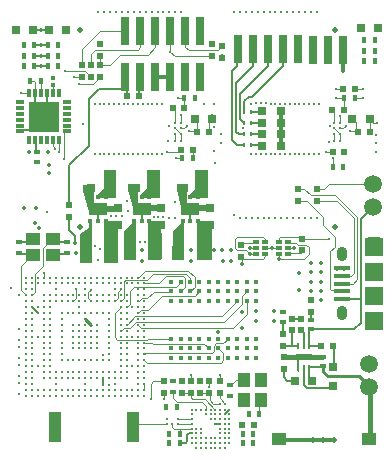
<source format=gtl>
G04 Layer_Physical_Order=1*
G04 Layer_Color=65280*
%FSLAX25Y25*%
%MOIN*%
G70*
G01*
G75*
%ADD10R,0.00984X0.01181*%
%ADD11R,0.03150X0.03150*%
%ADD12R,0.02913X0.09449*%
%ADD13R,0.01968X0.01968*%
%ADD14R,0.01654X0.02165*%
%ADD15R,0.01968X0.01968*%
%ADD16R,0.02756X0.03150*%
%ADD17R,0.03150X0.02756*%
%ADD18R,0.02165X0.01654*%
%ADD19R,0.01181X0.01181*%
%ADD20R,0.01968X0.01575*%
%ADD21R,0.02756X0.09055*%
%ADD22R,0.01181X0.01575*%
%ADD23R,0.06299X0.03937*%
%ADD24R,0.04724X0.04331*%
%ADD25C,0.00709*%
%ADD26C,0.00866*%
%ADD27R,0.04331X0.04724*%
%ADD28R,0.03150X0.01378*%
%ADD29R,0.01378X0.03150*%
%ADD30R,0.09842X0.09842*%
%ADD31R,0.05591X0.02402*%
%ADD32R,0.00984X0.02461*%
G04:AMPARAMS|DCode=33|XSize=24.61mil|YSize=9.84mil|CornerRadius=2.46mil|HoleSize=0mil|Usage=FLASHONLY|Rotation=90.000|XOffset=0mil|YOffset=0mil|HoleType=Round|Shape=RoundedRectangle|*
%AMROUNDEDRECTD33*
21,1,0.02461,0.00492,0,0,90.0*
21,1,0.01968,0.00984,0,0,90.0*
1,1,0.00492,0.00246,0.00984*
1,1,0.00492,0.00246,-0.00984*
1,1,0.00492,-0.00246,-0.00984*
1,1,0.00492,-0.00246,0.00984*
%
%ADD33ROUNDEDRECTD33*%
%ADD34R,0.03150X0.03150*%
%ADD35R,0.04000X0.10000*%
%ADD36R,0.01968X0.01181*%
%ADD37C,0.01772*%
%ADD38C,0.00984*%
%ADD39R,0.05000X0.03937*%
%ADD40C,0.00886*%
%ADD41R,0.05315X0.01575*%
%ADD42C,0.00400*%
%ADD43C,0.01200*%
%ADD44C,0.00600*%
%ADD45C,0.00300*%
%ADD46C,0.00800*%
%ADD47C,0.01500*%
%ADD48C,0.00900*%
%ADD49C,0.01000*%
%ADD50R,0.06102X0.06476*%
%ADD51R,0.06102X0.05905*%
%ADD52C,0.01968*%
%ADD53C,0.05905*%
%ADD54O,0.06102X0.03543*%
%ADD55O,0.03543X0.04921*%
%ADD56C,0.01000*%
%ADD57C,0.01400*%
%ADD58C,0.01600*%
%ADD59C,0.02000*%
G36*
X-11500Y-7500D02*
X-15800D01*
Y5400D01*
X-11500D01*
Y-7500D01*
D02*
G37*
G36*
X-3736D02*
X-7736D01*
X-7536Y1700D01*
X-4800Y4900D01*
X-3736D01*
Y-7500D01*
D02*
G37*
G36*
X-20000Y-7469D02*
X-23936D01*
Y1831D01*
X-21200Y4800D01*
X-21100Y5531D01*
X-20000D01*
Y-7469D01*
D02*
G37*
G36*
X-34500Y-8500D02*
X-38436D01*
Y1000D01*
X-35600Y3000D01*
Y3500D01*
Y5531D01*
X-34500D01*
Y-8500D01*
D02*
G37*
G36*
X-26000D02*
X-30500D01*
Y5400D01*
X-26000D01*
Y-8500D01*
D02*
G37*
G36*
X5500Y-7512D02*
X418D01*
Y5500D01*
X5500D01*
Y-7512D01*
D02*
G37*
G36*
X-26500Y13000D02*
X-33000D01*
Y14100D01*
X-30500Y16000D01*
Y22300D01*
X-26500D01*
Y13000D01*
D02*
G37*
G36*
X-12000D02*
X-18500D01*
Y14100D01*
X-16300Y16000D01*
Y22500D01*
X-12000D01*
Y13000D01*
D02*
G37*
G36*
X4000D02*
X-2200D01*
Y14046D01*
X-200Y15908D01*
Y22500D01*
X4000D01*
Y13000D01*
D02*
G37*
G36*
X-34000Y14046D02*
Y10500D01*
X-27000D01*
Y8500D01*
X-35500D01*
X-37454Y15500D01*
Y17500D01*
X-34000D01*
Y14046D01*
D02*
G37*
G36*
X-2900Y14173D02*
Y10627D01*
X4100D01*
Y8627D01*
X-4400D01*
X-6354Y15627D01*
Y17627D01*
X-2900D01*
Y14173D01*
D02*
G37*
G36*
X-19100Y14200D02*
Y10654D01*
X-12100D01*
Y8654D01*
X-20600D01*
X-22554Y15654D01*
Y17654D01*
X-19100D01*
Y14200D01*
D02*
G37*
D10*
X16119Y38212D02*
D03*
X18481D02*
D03*
X16119Y30612D02*
D03*
X18481D02*
D03*
X16119Y34312D02*
D03*
X18481D02*
D03*
Y41912D02*
D03*
X16119D02*
D03*
D11*
X28548Y34400D02*
D03*
X22052D02*
D03*
Y30600D02*
D03*
X28548D02*
D03*
Y42000D02*
D03*
X22052D02*
D03*
Y38200D02*
D03*
X28548D02*
D03*
D12*
X34000Y62718D02*
D03*
X29000D02*
D03*
X24000D02*
D03*
X19000D02*
D03*
X14000D02*
D03*
X39000Y62600D02*
D03*
X44000D02*
D03*
X49000D02*
D03*
X-18402Y68854D02*
D03*
Y53382D02*
D03*
X-13402Y68854D02*
D03*
Y53382D02*
D03*
X1598Y68854D02*
D03*
X-3402D02*
D03*
X-8402D02*
D03*
Y53382D02*
D03*
X-3402D02*
D03*
X1598D02*
D03*
X-23638Y68854D02*
D03*
Y53382D02*
D03*
D13*
X49231Y49301D02*
D03*
X53168D02*
D03*
X-831Y29000D02*
D03*
X-4769D02*
D03*
X49468Y42500D02*
D03*
X45531D02*
D03*
X41932Y-36301D02*
D03*
X45869D02*
D03*
X-18932Y47001D02*
D03*
X-22869D02*
D03*
X57968Y35001D02*
D03*
X54031D02*
D03*
X49569Y28400D02*
D03*
X45632D02*
D03*
X-7668Y43000D02*
D03*
X-3731D02*
D03*
X4468Y35001D02*
D03*
X532D02*
D03*
X19468Y-62501D02*
D03*
X15531D02*
D03*
D14*
X-45728Y60500D02*
D03*
X-49272D02*
D03*
X-53728Y57000D02*
D03*
X-57272D02*
D03*
X-53728Y64000D02*
D03*
X-57272D02*
D03*
X-45728D02*
D03*
X-49272D02*
D03*
X-4572Y26300D02*
D03*
X-1028D02*
D03*
X45728Y23400D02*
D03*
X49272D02*
D03*
X-51668Y52053D02*
D03*
X-55211D02*
D03*
X-49272Y57000D02*
D03*
X-45728D02*
D03*
X52972Y46300D02*
D03*
X49428D02*
D03*
X-3772D02*
D03*
X-228D02*
D03*
X21272Y-59000D02*
D03*
X17728D02*
D03*
X19272Y-65500D02*
D03*
X15728D02*
D03*
Y-68500D02*
D03*
X19272D02*
D03*
X-9772Y-56500D02*
D03*
X-6228D02*
D03*
X-8772Y-68500D02*
D03*
X-5228D02*
D03*
Y-65500D02*
D03*
X-8772D02*
D03*
X-53728Y60500D02*
D03*
X-57272D02*
D03*
X59700Y58700D02*
D03*
X56157D02*
D03*
Y65700D02*
D03*
X59700D02*
D03*
Y62200D02*
D03*
X56157D02*
D03*
D15*
X29068Y-36251D02*
D03*
Y-32314D02*
D03*
X32100Y-31058D02*
D03*
Y-27121D02*
D03*
X29500Y-39832D02*
D03*
Y-43769D02*
D03*
X35100Y-31058D02*
D03*
Y-27121D02*
D03*
X38401Y-21032D02*
D03*
Y-24969D02*
D03*
X-1500Y-48031D02*
D03*
Y-51968D02*
D03*
X-4499Y-48031D02*
D03*
Y-51968D02*
D03*
X-42101Y10768D02*
D03*
Y6831D02*
D03*
X8700Y63669D02*
D03*
Y59732D02*
D03*
X-31999Y60532D02*
D03*
Y64468D02*
D03*
X5601Y64368D02*
D03*
Y60431D02*
D03*
X-32000Y57468D02*
D03*
Y53531D02*
D03*
X-38001D02*
D03*
Y57468D02*
D03*
X-35001D02*
D03*
Y53531D02*
D03*
X35601Y-4369D02*
D03*
Y-432D02*
D03*
X15200Y-6469D02*
D03*
Y-2531D02*
D03*
X-10501Y-48031D02*
D03*
Y-51968D02*
D03*
X4499D02*
D03*
Y-48031D02*
D03*
X7999D02*
D03*
Y-51968D02*
D03*
X1500D02*
D03*
Y-48031D02*
D03*
X40501Y15969D02*
D03*
Y12032D02*
D03*
X34201Y16169D02*
D03*
Y12231D02*
D03*
D16*
X57954Y39400D02*
D03*
X52246D02*
D03*
X38823Y-47782D02*
D03*
X33114D02*
D03*
X-354Y39400D02*
D03*
X5354D02*
D03*
X-19854Y16500D02*
D03*
X-14146D02*
D03*
X-3854D02*
D03*
X1854D02*
D03*
X-34854D02*
D03*
X-29146D02*
D03*
X55074Y69700D02*
D03*
X60783D02*
D03*
X-43146Y69000D02*
D03*
X-48854D02*
D03*
X-59854D02*
D03*
X-54146D02*
D03*
D17*
X-11500Y4146D02*
D03*
Y9854D02*
D03*
X4764Y4146D02*
D03*
Y9854D02*
D03*
X-26000Y4146D02*
D03*
Y9854D02*
D03*
D18*
X29068Y-24811D02*
D03*
Y-28354D02*
D03*
X-52800Y25028D02*
D03*
Y28572D02*
D03*
X-43000Y-5272D02*
D03*
Y-1728D02*
D03*
X-59000Y-5272D02*
D03*
Y-1728D02*
D03*
X11500Y-52772D02*
D03*
Y-49228D02*
D03*
X-7500Y-48028D02*
D03*
Y-51572D02*
D03*
D19*
X-47700Y53083D02*
D03*
Y50917D02*
D03*
D20*
X42500Y-43050D02*
D03*
Y-39900D02*
D03*
X38400Y-30675D02*
D03*
Y-27525D02*
D03*
D21*
X-37024Y-3831D02*
D03*
X-27976D02*
D03*
X-21524Y-2831D02*
D03*
X-12476D02*
D03*
X-6260D02*
D03*
X2788D02*
D03*
D22*
X-35059Y5563D02*
D03*
X-32500D02*
D03*
X-29941D02*
D03*
Y13437D02*
D03*
X-32500D02*
D03*
X-35059D02*
D03*
X-20559Y5563D02*
D03*
X-18000D02*
D03*
X-15441D02*
D03*
Y13437D02*
D03*
X-18000D02*
D03*
X-20559D02*
D03*
X-4295Y5563D02*
D03*
X-1736D02*
D03*
X823D02*
D03*
Y13437D02*
D03*
X-1736D02*
D03*
X-4295D02*
D03*
D23*
X-32500Y9500D02*
D03*
X-18000D02*
D03*
X-1736D02*
D03*
D24*
X-54193Y-520D02*
D03*
X-54193Y-6032D02*
D03*
X-47501Y-520D02*
D03*
Y-6032D02*
D03*
D25*
X-1315Y-57476D02*
D03*
X260D02*
D03*
X1835D02*
D03*
X3409D02*
D03*
X4984D02*
D03*
X6559D02*
D03*
X8134D02*
D03*
X9709D02*
D03*
X-1315Y-59051D02*
D03*
X3409D02*
D03*
X4984D02*
D03*
X6559D02*
D03*
X8134D02*
D03*
X9709D02*
D03*
X11283D02*
D03*
X-1315Y-60626D02*
D03*
X4984D02*
D03*
X6559D02*
D03*
X8134D02*
D03*
X9709D02*
D03*
X11283D02*
D03*
X-1315Y-62201D02*
D03*
X8134D02*
D03*
X9709D02*
D03*
X11283D02*
D03*
X-1315Y-63776D02*
D03*
X260D02*
D03*
X1835D02*
D03*
X8134D02*
D03*
X9709D02*
D03*
X11283D02*
D03*
X-1315Y-65350D02*
D03*
X260D02*
D03*
X1835D02*
D03*
X8134D02*
D03*
X9709D02*
D03*
X11283D02*
D03*
X-1315Y-66925D02*
D03*
X260D02*
D03*
X1835D02*
D03*
X3409D02*
D03*
X4984D02*
D03*
X6559D02*
D03*
X8134D02*
D03*
X9709D02*
D03*
X11283D02*
D03*
X-1315Y-68500D02*
D03*
X260D02*
D03*
X1835D02*
D03*
X3409D02*
D03*
X4984D02*
D03*
X6559D02*
D03*
X8134D02*
D03*
X9709D02*
D03*
X11283D02*
D03*
X260Y-70075D02*
D03*
X1835D02*
D03*
X3409D02*
D03*
X4984D02*
D03*
X6559D02*
D03*
X8134D02*
D03*
X9709D02*
D03*
D26*
X-9700Y-62200D02*
D03*
X-7731D02*
D03*
X-9700Y-60625D02*
D03*
X-5763Y-62200D02*
D03*
Y-60625D02*
D03*
D27*
X21637Y-47547D02*
D03*
X16125Y-47547D02*
D03*
X21637Y-54240D02*
D03*
X16125D02*
D03*
D28*
X-42726Y35279D02*
D03*
Y37247D02*
D03*
Y39216D02*
D03*
Y41184D02*
D03*
Y43153D02*
D03*
Y45121D02*
D03*
X-58474D02*
D03*
Y43153D02*
D03*
Y41184D02*
D03*
Y39216D02*
D03*
Y37247D02*
D03*
Y35279D02*
D03*
D29*
X-55521Y32326D02*
D03*
X-53553D02*
D03*
X-51584D02*
D03*
X-49616D02*
D03*
X-47647D02*
D03*
X-45679D02*
D03*
X-55521Y48074D02*
D03*
X-53553D02*
D03*
X-51584D02*
D03*
X-49616D02*
D03*
X-47647D02*
D03*
X-45679D02*
D03*
D30*
X-50600Y40200D02*
D03*
D31*
X35969Y-39882D02*
D03*
D32*
X37937Y-36290D02*
D03*
X35969D02*
D03*
X34000D02*
D03*
X37937Y-43475D02*
D03*
X35969D02*
D03*
D33*
X34000D02*
D03*
D34*
X45900Y-49648D02*
D03*
Y-43152D02*
D03*
D35*
X-21000Y-63390D02*
D03*
X-47000D02*
D03*
D36*
X20200Y-1531D02*
D03*
Y-3500D02*
D03*
Y-5469D02*
D03*
X23153D02*
D03*
Y-1531D02*
D03*
Y-3500D02*
D03*
X27747D02*
D03*
Y-5469D02*
D03*
Y-1531D02*
D03*
X30700D02*
D03*
Y-3500D02*
D03*
Y-5469D02*
D03*
D37*
X-8173Y-40098D02*
D03*
Y-36949D02*
D03*
Y-33799D02*
D03*
Y-21201D02*
D03*
Y-18051D02*
D03*
Y-14902D02*
D03*
X20173D02*
D03*
Y-18051D02*
D03*
Y-21201D02*
D03*
Y-33799D02*
D03*
Y-36949D02*
D03*
Y-40098D02*
D03*
X17024Y-14902D02*
D03*
Y-18051D02*
D03*
Y-21201D02*
D03*
Y-33799D02*
D03*
Y-36949D02*
D03*
Y-40098D02*
D03*
X13874Y-14902D02*
D03*
Y-18051D02*
D03*
Y-21201D02*
D03*
Y-33799D02*
D03*
Y-36949D02*
D03*
Y-40098D02*
D03*
X10724Y-14902D02*
D03*
Y-18051D02*
D03*
Y-21201D02*
D03*
Y-33799D02*
D03*
Y-36949D02*
D03*
Y-40098D02*
D03*
X7575Y-14902D02*
D03*
Y-18051D02*
D03*
Y-21201D02*
D03*
Y-33799D02*
D03*
Y-36949D02*
D03*
Y-40098D02*
D03*
X4425Y-14902D02*
D03*
Y-18051D02*
D03*
Y-21201D02*
D03*
Y-33799D02*
D03*
Y-36949D02*
D03*
Y-40098D02*
D03*
X1276Y-14902D02*
D03*
Y-18051D02*
D03*
Y-21201D02*
D03*
Y-33799D02*
D03*
Y-36949D02*
D03*
Y-40098D02*
D03*
X-1874Y-14902D02*
D03*
Y-18051D02*
D03*
Y-21201D02*
D03*
Y-33799D02*
D03*
Y-36949D02*
D03*
Y-40098D02*
D03*
X-5024Y-14902D02*
D03*
Y-18051D02*
D03*
Y-21201D02*
D03*
Y-33799D02*
D03*
Y-36949D02*
D03*
Y-40098D02*
D03*
D38*
X-56485Y-52785D02*
D03*
Y-50817D02*
D03*
Y-48848D02*
D03*
Y-46880D02*
D03*
Y-44911D02*
D03*
Y-42943D02*
D03*
Y-40974D02*
D03*
Y-39006D02*
D03*
Y-37037D02*
D03*
Y-35069D02*
D03*
Y-33100D02*
D03*
Y-31132D02*
D03*
Y-29163D02*
D03*
Y-27194D02*
D03*
Y-25226D02*
D03*
Y-23257D02*
D03*
Y-21289D02*
D03*
Y-19320D02*
D03*
Y-17352D02*
D03*
Y-15383D02*
D03*
Y-13415D02*
D03*
X-54517Y-52785D02*
D03*
Y-50817D02*
D03*
Y-48848D02*
D03*
Y-46880D02*
D03*
Y-44911D02*
D03*
Y-42943D02*
D03*
Y-40974D02*
D03*
Y-39006D02*
D03*
Y-37037D02*
D03*
Y-35069D02*
D03*
Y-33100D02*
D03*
Y-31132D02*
D03*
Y-29163D02*
D03*
Y-27194D02*
D03*
Y-25226D02*
D03*
Y-23257D02*
D03*
Y-21289D02*
D03*
Y-19320D02*
D03*
Y-17352D02*
D03*
Y-15383D02*
D03*
Y-13415D02*
D03*
X-52548Y-52785D02*
D03*
Y-50817D02*
D03*
Y-42943D02*
D03*
Y-33100D02*
D03*
Y-23257D02*
D03*
Y-15383D02*
D03*
Y-13415D02*
D03*
X-50580Y-52785D02*
D03*
Y-50817D02*
D03*
Y-46880D02*
D03*
Y-44911D02*
D03*
Y-42943D02*
D03*
Y-40974D02*
D03*
Y-39006D02*
D03*
Y-37037D02*
D03*
Y-35069D02*
D03*
Y-33100D02*
D03*
Y-31132D02*
D03*
Y-29163D02*
D03*
Y-27194D02*
D03*
Y-25226D02*
D03*
Y-23257D02*
D03*
Y-21289D02*
D03*
Y-19320D02*
D03*
Y-15383D02*
D03*
Y-13415D02*
D03*
X-48611Y-52785D02*
D03*
Y-50817D02*
D03*
Y-46880D02*
D03*
Y-44911D02*
D03*
Y-42943D02*
D03*
Y-40974D02*
D03*
Y-39006D02*
D03*
Y-37037D02*
D03*
Y-35069D02*
D03*
Y-33100D02*
D03*
Y-31132D02*
D03*
Y-29163D02*
D03*
Y-27194D02*
D03*
Y-25226D02*
D03*
Y-23257D02*
D03*
Y-21289D02*
D03*
Y-19320D02*
D03*
Y-15383D02*
D03*
Y-13415D02*
D03*
X-46643Y-52785D02*
D03*
Y-50817D02*
D03*
Y-48848D02*
D03*
Y-46880D02*
D03*
Y-44911D02*
D03*
Y-21289D02*
D03*
Y-19320D02*
D03*
Y-17352D02*
D03*
Y-15383D02*
D03*
Y-13415D02*
D03*
X-44674Y-52785D02*
D03*
Y-50817D02*
D03*
Y-46880D02*
D03*
Y-44911D02*
D03*
Y-40974D02*
D03*
Y-39006D02*
D03*
Y-37037D02*
D03*
Y-35069D02*
D03*
Y-33100D02*
D03*
Y-31132D02*
D03*
Y-29163D02*
D03*
Y-27194D02*
D03*
Y-25226D02*
D03*
Y-21289D02*
D03*
Y-19320D02*
D03*
Y-15383D02*
D03*
Y-13415D02*
D03*
X-42706Y-52785D02*
D03*
Y-50817D02*
D03*
Y-46880D02*
D03*
Y-44911D02*
D03*
Y-40974D02*
D03*
Y-25226D02*
D03*
Y-21289D02*
D03*
Y-19320D02*
D03*
Y-15383D02*
D03*
Y-13415D02*
D03*
X-40737Y-52785D02*
D03*
Y-50817D02*
D03*
Y-46880D02*
D03*
Y-44911D02*
D03*
Y-40974D02*
D03*
Y-37037D02*
D03*
Y-35069D02*
D03*
Y-33100D02*
D03*
Y-31132D02*
D03*
Y-29163D02*
D03*
Y-25226D02*
D03*
Y-21289D02*
D03*
Y-19320D02*
D03*
Y-15383D02*
D03*
Y-13415D02*
D03*
X-38769Y-52785D02*
D03*
Y-50817D02*
D03*
Y-46880D02*
D03*
Y-44911D02*
D03*
Y-40974D02*
D03*
Y-37037D02*
D03*
Y-35069D02*
D03*
Y-33100D02*
D03*
Y-31132D02*
D03*
Y-29163D02*
D03*
Y-25226D02*
D03*
Y-21289D02*
D03*
Y-19320D02*
D03*
Y-15383D02*
D03*
Y-13415D02*
D03*
X-36800Y-52785D02*
D03*
Y-50817D02*
D03*
Y-48848D02*
D03*
Y-46880D02*
D03*
Y-44911D02*
D03*
Y-40974D02*
D03*
Y-37037D02*
D03*
Y-35069D02*
D03*
Y-33100D02*
D03*
Y-31132D02*
D03*
Y-29163D02*
D03*
Y-25226D02*
D03*
Y-21289D02*
D03*
Y-19320D02*
D03*
Y-17352D02*
D03*
Y-15383D02*
D03*
Y-13415D02*
D03*
X-34832Y-52785D02*
D03*
Y-50817D02*
D03*
Y-46880D02*
D03*
Y-44911D02*
D03*
Y-40974D02*
D03*
Y-37037D02*
D03*
Y-35069D02*
D03*
Y-33100D02*
D03*
Y-31132D02*
D03*
Y-29163D02*
D03*
Y-25226D02*
D03*
Y-21289D02*
D03*
Y-19320D02*
D03*
Y-15383D02*
D03*
Y-13415D02*
D03*
X-32863Y-52785D02*
D03*
Y-50817D02*
D03*
Y-46880D02*
D03*
Y-44911D02*
D03*
Y-40974D02*
D03*
Y-37037D02*
D03*
Y-35069D02*
D03*
Y-33100D02*
D03*
Y-31132D02*
D03*
Y-29163D02*
D03*
Y-25226D02*
D03*
Y-21289D02*
D03*
Y-19320D02*
D03*
Y-15383D02*
D03*
Y-13415D02*
D03*
X-30895Y-52785D02*
D03*
Y-50817D02*
D03*
Y-46880D02*
D03*
Y-44911D02*
D03*
Y-40974D02*
D03*
Y-25226D02*
D03*
Y-21289D02*
D03*
Y-19320D02*
D03*
Y-15383D02*
D03*
Y-13415D02*
D03*
X-28926Y-52785D02*
D03*
Y-50817D02*
D03*
Y-46880D02*
D03*
Y-44911D02*
D03*
Y-40974D02*
D03*
Y-39006D02*
D03*
Y-37037D02*
D03*
Y-35069D02*
D03*
Y-33100D02*
D03*
Y-31132D02*
D03*
Y-29163D02*
D03*
Y-27194D02*
D03*
Y-25226D02*
D03*
Y-21289D02*
D03*
Y-19320D02*
D03*
Y-15383D02*
D03*
Y-13415D02*
D03*
X-26957Y-52785D02*
D03*
Y-50817D02*
D03*
Y-48848D02*
D03*
Y-46880D02*
D03*
Y-44911D02*
D03*
Y-21289D02*
D03*
Y-19320D02*
D03*
Y-17352D02*
D03*
Y-15383D02*
D03*
Y-13415D02*
D03*
X-24989Y-52785D02*
D03*
Y-50817D02*
D03*
Y-46880D02*
D03*
Y-44911D02*
D03*
Y-42943D02*
D03*
Y-40974D02*
D03*
Y-39006D02*
D03*
Y-37037D02*
D03*
Y-35069D02*
D03*
Y-33100D02*
D03*
Y-31132D02*
D03*
Y-29163D02*
D03*
Y-27194D02*
D03*
Y-25226D02*
D03*
Y-23257D02*
D03*
Y-21289D02*
D03*
Y-19320D02*
D03*
Y-15383D02*
D03*
Y-13415D02*
D03*
X-23020Y-52785D02*
D03*
Y-50817D02*
D03*
Y-46880D02*
D03*
Y-44911D02*
D03*
Y-42943D02*
D03*
Y-40974D02*
D03*
Y-39006D02*
D03*
Y-37037D02*
D03*
Y-35069D02*
D03*
Y-33100D02*
D03*
Y-31132D02*
D03*
Y-29163D02*
D03*
Y-27194D02*
D03*
Y-25226D02*
D03*
Y-23257D02*
D03*
Y-21289D02*
D03*
Y-19320D02*
D03*
Y-15383D02*
D03*
Y-13415D02*
D03*
X-21052Y-52785D02*
D03*
Y-50817D02*
D03*
Y-42943D02*
D03*
Y-33100D02*
D03*
Y-23257D02*
D03*
Y-15383D02*
D03*
Y-13415D02*
D03*
X-19083Y-52785D02*
D03*
Y-50817D02*
D03*
Y-48848D02*
D03*
Y-46880D02*
D03*
Y-44911D02*
D03*
Y-42943D02*
D03*
Y-40974D02*
D03*
Y-39006D02*
D03*
Y-37037D02*
D03*
Y-35069D02*
D03*
Y-33100D02*
D03*
Y-31132D02*
D03*
Y-29163D02*
D03*
Y-27194D02*
D03*
Y-25226D02*
D03*
Y-23257D02*
D03*
Y-21289D02*
D03*
Y-19320D02*
D03*
Y-17352D02*
D03*
Y-15383D02*
D03*
Y-13415D02*
D03*
X-17115Y-52785D02*
D03*
Y-50817D02*
D03*
Y-48848D02*
D03*
Y-46880D02*
D03*
Y-44911D02*
D03*
Y-42943D02*
D03*
Y-40974D02*
D03*
Y-39006D02*
D03*
Y-37037D02*
D03*
Y-35069D02*
D03*
Y-33100D02*
D03*
Y-31132D02*
D03*
Y-29163D02*
D03*
Y-27194D02*
D03*
Y-25226D02*
D03*
Y-23257D02*
D03*
Y-21289D02*
D03*
Y-19320D02*
D03*
Y-17352D02*
D03*
Y-15383D02*
D03*
Y-13415D02*
D03*
D39*
X57900Y-67200D02*
D03*
X27900D02*
D03*
D40*
X48084Y34332D02*
D03*
X46116D02*
D03*
X48084Y36300D02*
D03*
X46116D02*
D03*
Y38269D02*
D03*
X48084D02*
D03*
X-5016D02*
D03*
X-6984D02*
D03*
Y36300D02*
D03*
X-5016D02*
D03*
X-6984Y34332D02*
D03*
X-5016D02*
D03*
D41*
X48661Y-20618D02*
D03*
Y-18059D02*
D03*
Y-10382D02*
D03*
Y-12941D02*
D03*
Y-15500D02*
D03*
D42*
X45700Y23928D02*
Y26300D01*
Y23928D02*
X45728Y23900D01*
X-54193Y-693D02*
Y-520D01*
X-55228Y-1728D02*
X-54193Y-693D01*
X22600Y100D02*
X23153Y-453D01*
X4468Y38514D02*
X5354Y39400D01*
X4468Y35001D02*
Y38514D01*
X-7668Y43000D02*
X-6984Y42315D01*
X-47700Y48127D02*
Y50917D01*
X-58100Y-9600D02*
X-54532Y-6032D01*
X-58100Y-17706D02*
Y-9600D01*
Y-17706D02*
X-56485Y-19320D01*
X-36900Y55400D02*
X-35032Y53531D01*
X-35001D01*
X-7032Y60431D02*
X5601D01*
X-8402Y61802D02*
X-7032Y60431D01*
X-8402Y61802D02*
Y68854D01*
X-6400Y26300D02*
X-4572D01*
X-47647Y30447D02*
X-46800Y29600D01*
X-47647Y30447D02*
Y32326D01*
X-43647Y35253D02*
X-42700D01*
X-43900Y35000D02*
X-43647Y35253D01*
X-43900Y26200D02*
Y35000D01*
X53300Y35732D02*
X53532Y35500D01*
X23153Y-1531D02*
Y-453D01*
X16800Y-4300D02*
X18000Y-5500D01*
X31085Y-1916D02*
X33616D01*
X30700Y-1531D02*
X31085Y-1916D01*
X33616D02*
X34100Y-2400D01*
X27747Y-7247D02*
Y-5469D01*
X18032D02*
X20200D01*
X18000Y-3500D02*
X20200D01*
X15499Y-8900D02*
Y-6469D01*
X-39000Y51200D02*
X-34332D01*
X-32000Y53531D01*
X-45700Y28500D02*
Y32226D01*
X-45739Y32265D02*
X-45700Y32226D01*
X-58100Y48074D02*
X-55521D01*
X-19100Y62600D02*
X-18402Y63298D01*
X-33600Y62600D02*
X-19100D01*
X-28631Y57469D02*
X-25200Y60900D01*
X-31999Y57469D02*
X-28631D01*
X-25200Y60900D02*
X-15900D01*
X-32000Y57468D02*
X-31999Y57469D01*
Y60532D01*
X-32046Y68854D02*
X-23638D01*
X-38001Y62900D02*
X-32046Y68854D01*
X-38001Y57468D02*
Y62900D01*
X-40468Y53531D02*
X-38001D01*
X-55211Y52053D02*
X-53839D01*
X-53553Y51766D01*
Y48074D02*
Y51766D01*
X-51668Y48158D02*
Y52053D01*
X-15900Y60900D02*
X-13402Y63398D01*
Y68854D01*
X-18402Y63298D02*
Y68854D01*
X-3402Y63502D02*
Y68854D01*
Y63502D02*
X-2369Y62468D01*
X-5000Y38284D02*
Y40700D01*
X-354Y39400D02*
X532Y38514D01*
Y35001D02*
Y38514D01*
X32Y35500D02*
X532Y35001D01*
X-2200Y35500D02*
X32D01*
X-2200D02*
Y35783D01*
X-3800Y36300D02*
X-3000Y37100D01*
X-5016Y36300D02*
X-3800D01*
X57968Y39386D02*
X59254Y38100D01*
X57968Y35001D02*
Y39386D01*
X59254Y38100D02*
X60400D01*
X52546Y39300D02*
X53300Y38546D01*
Y35732D02*
Y38546D01*
X49200Y36300D02*
X50000Y37100D01*
X48084Y36300D02*
X49200D01*
X53168Y49301D02*
X55700D01*
X48084Y38269D02*
Y40516D01*
X48000Y32000D02*
Y34247D01*
X48084Y34332D01*
X43400Y28400D02*
X45631D01*
X-1028Y26300D02*
Y28803D01*
X-9500Y28300D02*
X-5468D01*
X-4769Y29000D01*
X-6000Y46300D02*
X-3772D01*
X-3731Y42500D02*
Y46260D01*
X49468Y42500D02*
Y46260D01*
X45531Y42500D02*
X46116Y41915D01*
Y38269D02*
Y41915D01*
Y32016D02*
Y34332D01*
Y36300D02*
X48084Y34332D01*
X-6984Y32016D02*
Y34332D01*
Y36300D02*
X-5016Y34332D01*
Y32016D02*
Y34332D01*
X-6984Y38269D02*
Y42315D01*
X23153Y-3500D02*
X25500D01*
X27747D01*
X30700D02*
X32900D01*
X27747Y-253D02*
X28200Y200D01*
X27747Y-1531D02*
Y-253D01*
X35069Y-5100D02*
X35100Y-5068D01*
X31069Y-5100D02*
X35069D01*
X30700Y-5469D02*
X31069Y-5100D01*
X16131Y-7100D02*
X22400D01*
X23153Y-6347D01*
Y-5469D01*
X16000Y-1832D02*
X20200D01*
X-15790Y-16410D02*
X-6532D01*
X-5200Y-65500D02*
Y-63776D01*
X-14200Y-35400D02*
X2876D01*
X-16510Y-38400D02*
X5400D01*
X6000Y-37800D01*
X2876Y-35400D02*
X4425Y-36949D01*
X-16289Y-41800D02*
X8400D01*
X-6532Y-16410D02*
X-5024Y-14902D01*
X-8222Y-18100D02*
X-8173Y-18051D01*
X-14000Y-18100D02*
X-8222D01*
X-15799Y-33799D02*
X-8173D01*
X17024Y-25676D02*
Y-21201D01*
X12595Y-30105D02*
X17024Y-25676D01*
X8822Y-26252D02*
X13874Y-21201D01*
X-17115Y-50817D02*
Y-48848D01*
X4501Y-49799D02*
Y-48032D01*
X-15000Y-53900D02*
Y-48800D01*
X-14232Y-48032D01*
X-10499D01*
X-4100Y-13000D02*
X-3500Y-13600D01*
Y-16500D02*
Y-13600D01*
X-5024Y-18024D02*
X-3500Y-16500D01*
X8000Y-48032D02*
Y-46000D01*
X-1500Y-48032D02*
Y-45900D01*
X-10400Y-54000D02*
Y-52069D01*
X8000Y-53701D02*
X9700Y-55400D01*
X8000Y-53701D02*
Y-51969D01*
X4668Y-54168D02*
Y-51968D01*
Y-54168D02*
X5900Y-55400D01*
X8100D01*
X3083Y-54000D02*
X6559Y-57476D01*
X-1000Y-54000D02*
X3083D01*
X1500Y-51968D02*
X4668D01*
X-1500Y-53500D02*
X-1000Y-54000D01*
X-1500Y-53500D02*
Y-51969D01*
X-4499D02*
X-1500D01*
X-7500Y-53500D02*
Y-51572D01*
X9200Y-41000D02*
Y-38574D01*
X8400Y-41800D02*
X9200Y-41000D01*
X7575Y-36949D02*
X9200Y-38574D01*
X6000Y-37800D02*
Y-36100D01*
X6800Y-35300D01*
X15400Y-19675D02*
X17024Y-18051D01*
X-1874D02*
X-300Y-16477D01*
X-9900Y-13000D02*
X-4100D01*
X-12284Y-15383D02*
X-9900Y-13000D01*
X-17115Y-15383D02*
X-12284D01*
X-11200Y-19600D02*
X-273D01*
X-5024Y-18051D02*
Y-18024D01*
X-14532Y-35069D02*
X-14200Y-35400D01*
X-17115Y-35069D02*
X-14532D01*
X-273Y-19600D02*
X1276Y-18051D01*
X9224Y-35300D02*
X10724Y-33799D01*
X6800Y-35300D02*
X9224D01*
X-17115Y-40974D02*
X-16289Y-41800D01*
X-17115Y-39006D02*
X-16510Y-38400D01*
X-300Y-16477D02*
Y-13300D01*
X-5763Y-60625D02*
X-1316D01*
X-5763Y-62200D02*
X-1316D01*
X-19810D02*
X-9700D01*
X-21000Y-63390D02*
X-19810Y-62200D01*
X-47501Y-520D02*
X-46489Y-1531D01*
X-47720Y-520D02*
X-47501D01*
X-50900Y-3700D02*
X-47720Y-520D01*
X-54532Y-6032D02*
X-54193D01*
X-1874Y-14902D02*
Y-13526D01*
X15400Y-22300D02*
Y-19675D01*
X-50900Y-9600D02*
Y-3700D01*
X-53500Y-12200D02*
X-50900Y-9600D01*
X3409Y-57476D02*
Y-56109D01*
X2100Y-54800D02*
X3409Y-56109D01*
X-7500Y-53500D02*
X-6200Y-54800D01*
X2100D01*
X-3300Y-12100D02*
X-1874Y-13526D01*
X-14100Y-12100D02*
X-3300D01*
X-16257Y-14357D02*
X-14100Y-12200D01*
X-15800Y-24200D02*
X-11200Y-19600D01*
X-15600Y-26252D02*
X8822D01*
X-16200Y-20300D02*
X-14000Y-18100D01*
X-16042Y-34042D02*
X-15799Y-33799D01*
X-16450Y-28150D02*
X9550D01*
X15400Y-22300D01*
X-56485Y-15383D02*
Y-15285D01*
X-19083Y-13415D02*
X-16769Y-11100D01*
X-2500D01*
X-300Y-13300D01*
X-15605Y-30105D02*
X12595D01*
X42669Y15969D02*
X44537Y17837D01*
X40501Y15969D02*
X42669D01*
X34201Y16169D02*
X36231D01*
X38400Y14000D01*
X48661Y-15500D02*
X52300D01*
X44537Y17837D02*
X59000D01*
X48661Y-12941D02*
X51859D01*
X52300Y-15500D02*
X53800Y-14000D01*
Y6700D01*
X51859Y-12941D02*
X52800Y-12000D01*
X46500Y14000D02*
X53800Y6700D01*
X38400Y14000D02*
X46500D01*
X34201Y12231D02*
X36968D01*
X42400Y6800D01*
X52972Y46300D02*
X55700D01*
X46800Y49300D02*
X49231D01*
X46800Y46300D02*
X49428D01*
X-2369Y62468D02*
X7468D01*
X7501D02*
X8700Y63669D01*
X11772Y-49228D02*
X13453Y-47547D01*
X16125D01*
X-7731Y-63262D02*
Y-62200D01*
Y-63262D02*
X-7218Y-63776D01*
X-1315D01*
X-35001Y57468D02*
Y61199D01*
X-33600Y62600D01*
X44800Y-17218D02*
X45282Y-17700D01*
X48302D01*
X48661Y-18059D01*
X42400Y4100D02*
Y6800D01*
X44800Y-17218D02*
Y-4600D01*
X46300Y-3100D01*
Y200D01*
X42400Y4100D02*
X46300Y200D01*
X40501Y12032D02*
X47069D01*
X52800Y6300D01*
Y-12000D02*
Y6300D01*
X28200Y200D02*
X34969D01*
X35601Y-432D01*
X44500D01*
X34100Y-2400D02*
X36900D01*
X37700Y-3200D01*
X27800Y-7300D02*
X36100D01*
X37700Y-5700D01*
Y-3200D01*
X13200Y-3700D02*
X13800Y-4300D01*
X16800D01*
X13200Y-3700D02*
Y-600D01*
X13900Y100D01*
X22600D01*
X-43500Y55400D02*
X-36900D01*
D43*
X49000Y55600D02*
Y62600D01*
X28548Y42000D02*
Y42300D01*
Y38200D02*
Y42000D01*
X28500Y30600D02*
Y34248D01*
X28448Y34300D02*
X28500Y34248D01*
X28548Y34400D02*
Y38200D01*
X-13402Y53382D02*
X-8402D01*
X42500Y-67400D02*
X46000D01*
X39000D02*
X42500D01*
X28100D02*
X39000D01*
D44*
X14800Y47900D02*
X24000Y57100D01*
X14800Y39531D02*
Y47900D01*
Y39531D02*
X16119Y38212D01*
X12200Y55500D02*
X13788Y57088D01*
X12200Y32300D02*
Y55500D01*
Y32300D02*
X13888Y30612D01*
X13500Y51600D02*
X19000Y57100D01*
X13500Y35200D02*
Y51600D01*
Y35200D02*
X14388Y34312D01*
X16119D01*
X29000Y57100D02*
Y62718D01*
X18800Y46900D02*
X29000Y57100D01*
X17700Y46900D02*
X18800D01*
X19000Y57100D02*
Y62718D01*
X13788Y57088D02*
Y62506D01*
X13888Y30612D02*
X16119D01*
Y45319D02*
X17700Y46900D01*
X16119Y41912D02*
Y45319D01*
X24000Y57100D02*
Y62718D01*
X18481Y34312D02*
X21964D01*
X18481Y38212D02*
X22040D01*
X18481Y30612D02*
X22040D01*
X-59000Y-1728D02*
X-55228D01*
X-42101Y10768D02*
Y24000D01*
X-51500Y57000D02*
X-49272D01*
X-53728D02*
X-51500D01*
Y69000D02*
X-48854D01*
X-51500Y60500D02*
X-49272D01*
X-53728D02*
X-51500D01*
Y64000D02*
X-49272D01*
X-53728D02*
X-51500D01*
X-54146Y69000D02*
X-51500D01*
X-40100Y-2000D02*
Y300D01*
X-42101Y2300D02*
X-40100Y300D01*
X-42101Y2300D02*
Y6831D01*
X18481Y41912D02*
X21964D01*
X-50600Y40200D02*
X-49616Y41184D01*
Y48074D01*
X-53553Y43153D02*
X-50600Y40200D01*
X-53553Y43153D02*
Y48074D01*
X-53253Y28529D02*
Y32326D01*
X6601Y-62201D02*
X8134D01*
X9709Y-58991D02*
X11200Y-57500D01*
X9709Y-59051D02*
Y-58991D01*
X-2350Y-65350D02*
X-1315D01*
X-2800Y-65800D02*
X-2350Y-65350D01*
X-5425Y-68500D02*
X-3300D01*
X-2800Y-68000D01*
Y-65800D01*
X-46489Y-1531D02*
X-43000D01*
X-59000Y-5469D02*
X-54757D01*
X-54193Y-6032D01*
X-46937Y-5469D02*
X-43000D01*
X35969Y-43475D02*
Y-43375D01*
X42124Y-39882D02*
X42500Y-39506D01*
X-55147Y35653D02*
X-50600Y40200D01*
X-58100Y35653D02*
X-55147D01*
X32100Y-31255D02*
Y-31059D01*
X-54517Y-23257D02*
X-54517D01*
X29068Y-32314D02*
Y-28157D01*
X30582Y-47782D02*
X33016D01*
X29500Y-46700D02*
X30582Y-47782D01*
X29500Y-46700D02*
Y-43951D01*
X29068Y-36290D02*
X34000D01*
X32100D02*
Y-31100D01*
X-30900Y-49200D02*
X-30895Y-49194D01*
Y-46880D01*
X-58474Y45100D02*
X-57800D01*
X35969Y-36290D02*
Y-31927D01*
X35100Y-31059D02*
X35969Y-31927D01*
X-32200Y49500D02*
X-22869D01*
X-42101Y24000D02*
X-35600Y30500D01*
Y46100D01*
X-32200Y49500D01*
D45*
X53532Y35500D02*
X54031Y35001D01*
X51500Y35500D02*
X53532D01*
X-35800Y-18200D02*
X-35000Y-17400D01*
X-35800Y-20321D02*
Y-18200D01*
Y-20321D02*
X-34832Y-21289D01*
X-35300Y-17400D02*
X-35000D01*
X-53500Y-18304D02*
Y-12200D01*
X-21900Y-17800D02*
X-20500Y-16400D01*
X-23535Y-14365D02*
X-16265D01*
X-15800Y-16400D02*
X-15790Y-16410D01*
X-20500Y-16400D02*
X-15800D01*
X-21900Y-22137D02*
Y-17800D01*
X-24005Y-14835D02*
X-23535Y-14365D01*
X-24005Y-20295D02*
Y-14835D01*
X-16100Y-34100D02*
X-16042Y-34042D01*
X-26100Y-34100D02*
X-16100D01*
X-26900Y-33300D02*
X-26100Y-34100D01*
X-39795Y-20347D02*
Y-17305D01*
X-40737Y-21289D02*
X-39795Y-20347D01*
X-39800Y-17300D02*
X-39795Y-17305D01*
X-18989Y-21289D02*
X-18000Y-20300D01*
X-19083Y-21289D02*
X-18989D01*
X-19083Y-29316D02*
Y-29163D01*
X-26900Y-33300D02*
Y-25168D01*
X-54517Y-19320D02*
X-53500Y-18304D01*
X-14100Y-12200D02*
Y-12100D01*
X-26957Y-21289D02*
X-26000Y-20332D01*
X-24989Y-31132D02*
X-23963Y-30105D01*
X-24989Y-21289D02*
X-24000Y-20300D01*
X-16265Y-14365D02*
X-16257Y-14357D01*
X-19083Y-25226D02*
Y-25084D01*
X-23963Y-30105D02*
X-23955Y-30113D01*
X-21913D01*
X-23020Y-23257D02*
X-21900Y-22137D01*
X-26900Y-25168D02*
X-24989Y-23257D01*
X-18000Y-20300D02*
X-16200D01*
X-19083Y-25084D02*
X-18207Y-24207D01*
X-15808D02*
X-15800Y-24200D01*
X-18207Y-24207D02*
X-15808D01*
X-26000Y-20332D02*
Y-18352D01*
X-25000Y-17352D01*
X-20102Y-26245D02*
X-15608D01*
X-15613Y-30113D02*
X-15605Y-30105D01*
X-19083Y-29316D02*
X-18287Y-30113D01*
X-15613D01*
X-21905Y-30105D02*
X-19937Y-28137D01*
X-19923Y-28150D01*
X-16450D01*
X-23020Y-29163D02*
X-20102Y-26245D01*
X-50580Y-13415D02*
Y-11920D01*
X27900Y-67200D02*
X28000Y-67300D01*
X7468Y62468D02*
X7501D01*
X11500Y-49228D02*
X11772D01*
X21100Y-58828D02*
X21272Y-59000D01*
X21100Y-58828D02*
Y-54777D01*
X21637Y-54240D01*
D46*
X-23638Y53382D02*
X-22869Y52613D01*
Y47001D02*
Y52613D01*
X37937Y-43475D02*
X38329Y-43082D01*
X-18000Y5563D02*
Y9500D01*
X-1736Y5600D02*
Y9900D01*
X34000Y-43475D02*
Y-39990D01*
X-32524Y5663D02*
Y9600D01*
X38329Y-43082D02*
X42500D01*
X-54517Y-23257D02*
X-52600Y-25174D01*
Y-25300D02*
Y-25174D01*
X45968Y-43084D02*
Y-36301D01*
X36968Y-50282D02*
X45266D01*
X45900Y-49648D01*
X37937Y-46959D02*
X38953Y-47975D01*
X37937Y-46959D02*
Y-43475D01*
X35969Y-49282D02*
X36968Y-50282D01*
X35969Y-49282D02*
Y-43475D01*
X37937Y-36290D02*
Y-31138D01*
Y-36290D02*
X42021D01*
X37937Y-31138D02*
X38400Y-30675D01*
X48661Y-20618D02*
X55000D01*
X38400Y-30675D02*
X52725D01*
X55000Y-28400D02*
Y5963D01*
X59000Y9963D01*
X52725Y-30675D02*
X55000Y-28400D01*
X-18932Y47001D02*
Y52852D01*
X-18402Y53382D01*
X38401Y-27439D02*
Y-24868D01*
X38669Y-24600D01*
X32100Y-27122D02*
X34732D01*
D47*
X35969Y-39882D02*
X42124D01*
X29500Y-39814D02*
X35901D01*
X58000Y-66300D02*
Y-49900D01*
D48*
X-36800Y-27194D02*
X-34832Y-29163D01*
D49*
X42500Y-44814D02*
Y-43050D01*
Y-44814D02*
X44069Y-46382D01*
X54482D01*
X58000Y-49900D01*
D50*
X59291Y-27793D02*
D03*
X59291Y-3207D02*
D03*
D51*
X59291Y-19437D02*
D03*
X59291Y-11563D02*
D03*
D52*
X46520Y3594D02*
D03*
X-38520D02*
D03*
Y69006D02*
D03*
X46520D02*
D03*
D53*
X59000Y9963D02*
D03*
Y17837D02*
D03*
X57900Y-42063D02*
D03*
Y-49937D02*
D03*
D54*
X59291Y-1720D02*
D03*
Y-29280D02*
D03*
D55*
X48661Y-5658D02*
D03*
Y-25343D02*
D03*
D56*
X60200Y28500D02*
D03*
Y31500D02*
D03*
X15900Y36600D02*
D03*
X6200Y44331D02*
D03*
X1700Y50200D02*
D03*
X-32000Y-4000D02*
D03*
X-33600Y-2800D02*
D03*
X-49616Y48074D02*
D03*
X-47647D02*
D03*
X60200Y34200D02*
D03*
X1600Y65000D02*
D03*
X-8400Y61900D02*
D03*
X-6400Y26300D02*
D03*
X-46800Y29600D02*
D03*
X-34832Y-19320D02*
D03*
X-800Y28900D02*
D03*
X-43900Y26200D02*
D03*
X44500Y31900D02*
D03*
X-35000Y-17400D02*
D03*
X-34832Y-15383D02*
D03*
X-52548Y-15383D02*
D03*
X-61600Y-16900D02*
D03*
X-37600Y37900D02*
D03*
X5601Y64368D02*
D03*
X-39000Y51200D02*
D03*
X-52800Y25028D02*
D03*
X-45700Y28500D02*
D03*
X-31999Y64468D02*
D03*
X-40500Y53500D02*
D03*
X-50639Y38653D02*
D03*
Y41753D02*
D03*
X-50600Y40200D02*
D03*
X-55211Y52053D02*
D03*
X-47700Y53083D02*
D03*
X6172Y28800D02*
D03*
X2899Y44331D02*
D03*
X-228Y46300D02*
D03*
X6200Y36800D02*
D03*
X-9100Y32000D02*
D03*
X-2200Y35500D02*
D03*
X8400Y34500D02*
D03*
Y31500D02*
D03*
X-3000Y37100D02*
D03*
X44800D02*
D03*
X-5000Y40700D02*
D03*
X60400Y38100D02*
D03*
X50000Y37100D02*
D03*
X48100Y40600D02*
D03*
X51500Y35500D02*
D03*
X49569Y28400D02*
D03*
X-9500Y28300D02*
D03*
X43400Y28400D02*
D03*
X45700Y26300D02*
D03*
X-6000Y46300D02*
D03*
X48000Y32000D02*
D03*
X46100D02*
D03*
X-7000D02*
D03*
X-5000D02*
D03*
X40400Y6500D02*
D03*
X38400D02*
D03*
X36400D02*
D03*
X34500D02*
D03*
X32500D02*
D03*
X30500D02*
D03*
X28500D02*
D03*
X26600D02*
D03*
X24600D02*
D03*
X22700D02*
D03*
X20700D02*
D03*
X12800Y7300D02*
D03*
X41000Y27800D02*
D03*
X39400D02*
D03*
X37800D02*
D03*
X36200D02*
D03*
X34600D02*
D03*
X33000D02*
D03*
X31400D02*
D03*
X29800D02*
D03*
X28200D02*
D03*
X26600D02*
D03*
X25000D02*
D03*
X23400D02*
D03*
X21800D02*
D03*
X20200D02*
D03*
X18600D02*
D03*
X-13900Y6900D02*
D03*
X-6900Y11900D02*
D03*
Y6500D02*
D03*
X-8800D02*
D03*
X-16900Y-1700D02*
D03*
X-18600D02*
D03*
X-11200Y27800D02*
D03*
X-12800D02*
D03*
X-14400D02*
D03*
X-16000D02*
D03*
X-17600D02*
D03*
X-19200D02*
D03*
X-20800D02*
D03*
X-22400D02*
D03*
X-24000D02*
D03*
X-25600D02*
D03*
X-27200D02*
D03*
X-28800D02*
D03*
X-30400D02*
D03*
X-32000D02*
D03*
X-33600D02*
D03*
X-19083Y-15383D02*
D03*
Y-17352D02*
D03*
X-25000Y-17352D02*
D03*
X-19083Y-39006D02*
D03*
X-17115Y-37037D02*
D03*
X-23020D02*
D03*
X-19083D02*
D03*
X-17115Y-23257D02*
D03*
X-59000Y-52272D02*
D03*
Y-48728D02*
D03*
Y-46272D02*
D03*
Y-42728D02*
D03*
Y-40272D02*
D03*
Y-36728D02*
D03*
Y-34272D02*
D03*
Y-30728D02*
D03*
X-9772Y-56500D02*
D03*
X-6228D02*
D03*
X11500Y-52800D02*
D03*
Y-49200D02*
D03*
X29068Y-32314D02*
D03*
X-39800Y-17300D02*
D03*
X-42706Y-21289D02*
D03*
X-32863D02*
D03*
X-30827Y-39342D02*
D03*
X-28926Y-37037D02*
D03*
X19075Y-68500D02*
D03*
X9709D02*
D03*
X15335Y-62501D02*
D03*
X15925Y-68500D02*
D03*
X19075Y-65500D02*
D03*
X15925D02*
D03*
X21075Y-59000D02*
D03*
X17925D02*
D03*
X1500Y-48200D02*
D03*
X-42706Y-40974D02*
D03*
X4500Y-49800D02*
D03*
X-15000Y-53900D02*
D03*
X-17115Y-52785D02*
D03*
Y-48848D02*
D03*
Y-50817D02*
D03*
X260Y-70075D02*
D03*
X-1315Y-65350D02*
D03*
X3409Y-59051D02*
D03*
X-1315D02*
D03*
X1835Y-57476D02*
D03*
X-34832Y-37037D02*
D03*
Y-35069D02*
D03*
Y-33100D02*
D03*
X8000Y-46000D02*
D03*
X-1500Y-45900D02*
D03*
X-10400Y-54000D02*
D03*
X8134Y-60626D02*
D03*
Y-59051D02*
D03*
X8134Y-55400D02*
D03*
X9700D02*
D03*
X9709Y-60626D02*
D03*
X11200Y-57500D02*
D03*
X16100Y-52900D02*
D03*
X21637Y-47547D02*
D03*
X19468Y-62501D02*
D03*
X-7500Y-48031D02*
D03*
X-4499Y-48032D02*
D03*
X-1315Y-63776D02*
D03*
X6559Y-66925D02*
D03*
X11283D02*
D03*
X9709Y-65350D02*
D03*
X4984Y-60626D02*
D03*
X-24989Y-21289D02*
D03*
X-32863Y-35069D02*
D03*
X-23020Y-19320D02*
D03*
X-19083Y-46880D02*
D03*
X-17115Y-13415D02*
D03*
X-23020Y-44911D02*
D03*
X-30895Y-40974D02*
D03*
X-23020D02*
D03*
X-28926D02*
D03*
X-24989Y-39006D02*
D03*
X-28926D02*
D03*
X-24989Y-37037D02*
D03*
X-28926Y-35069D02*
D03*
X-38769Y-37037D02*
D03*
X-36800D02*
D03*
X-32863D02*
D03*
X-28926Y-33100D02*
D03*
X-32863D02*
D03*
X-36800D02*
D03*
X-38769D02*
D03*
Y-31132D02*
D03*
X-36800D02*
D03*
X-32863D02*
D03*
X-28926D02*
D03*
X-23020Y-29163D02*
D03*
X-28926D02*
D03*
X-32863D02*
D03*
X-36800D02*
D03*
X-38769D02*
D03*
X-28926Y-27194D02*
D03*
X-30895Y-25226D02*
D03*
X-28926D02*
D03*
X-24989D02*
D03*
Y-19320D02*
D03*
X-23020Y-15383D02*
D03*
X-24989D02*
D03*
Y-13415D02*
D03*
X-36800Y-19320D02*
D03*
Y-25226D02*
D03*
X-38769Y-15383D02*
D03*
X-42706Y-25226D02*
D03*
X-44674D02*
D03*
X-40737Y-33100D02*
D03*
X-44674Y-35069D02*
D03*
X-40737Y-37037D02*
D03*
X-44674D02*
D03*
Y-39006D02*
D03*
Y-40974D02*
D03*
X-54517Y-50817D02*
D03*
X-56485D02*
D03*
X-54517Y-46880D02*
D03*
X-56485D02*
D03*
X-54517Y-42943D02*
D03*
X-56485D02*
D03*
Y-39006D02*
D03*
X-54517D02*
D03*
Y-35069D02*
D03*
X-56485D02*
D03*
X-44674Y-21289D02*
D03*
X-46643D02*
D03*
X-42706Y-19320D02*
D03*
X-44674D02*
D03*
X-54517D02*
D03*
X-56485D02*
D03*
X-54517Y-17352D02*
D03*
X-44674Y-13415D02*
D03*
X-48611D02*
D03*
X9709Y-62201D02*
D03*
X6600Y-62200D02*
D03*
X9709Y-63776D02*
D03*
X260Y-68500D02*
D03*
X1835D02*
D03*
X-1315Y-57476D02*
D03*
X260D02*
D03*
X-9700Y-60625D02*
D03*
X-40737Y-29163D02*
D03*
Y-31132D02*
D03*
X-26957Y-52785D02*
D03*
X-38769D02*
D03*
Y-44911D02*
D03*
X-34832Y-31132D02*
D03*
X-30895Y-13415D02*
D03*
X-32863Y-25226D02*
D03*
X-38800Y-23257D02*
D03*
X-38769Y-25226D02*
D03*
X-36800Y-27194D02*
D03*
X-46643Y-52785D02*
D03*
X-32500Y-7600D02*
D03*
X-59000Y-19083D02*
D03*
X-17115Y-42943D02*
D03*
X-26957Y-19320D02*
D03*
X-49381Y8312D02*
D03*
X-52600Y-25200D02*
D03*
X-32863Y-19320D02*
D03*
X-34832Y-25226D02*
D03*
X-21052Y-33100D02*
D03*
X-46643Y-17352D02*
D03*
X-48611Y-15383D02*
D03*
X-50580D02*
D03*
X-48611Y-42943D02*
D03*
Y-37037D02*
D03*
Y-25226D02*
D03*
Y-23257D02*
D03*
Y-21289D02*
D03*
Y-19320D02*
D03*
X-50580Y-35069D02*
D03*
Y-21289D02*
D03*
Y-19320D02*
D03*
X-19083Y-27194D02*
D03*
Y-23257D02*
D03*
X-23020D02*
D03*
Y-21289D02*
D03*
X-24989Y-23257D02*
D03*
X-21052D02*
D03*
X-17115Y-19320D02*
D03*
Y-21289D02*
D03*
X-46643Y-19320D02*
D03*
X-23020Y-35069D02*
D03*
Y-39006D02*
D03*
Y-33100D02*
D03*
X-24989Y-35069D02*
D03*
Y-33100D02*
D03*
X-19083D02*
D03*
Y-35069D02*
D03*
X-17115Y-33100D02*
D03*
X-56485Y-13415D02*
D03*
Y-15383D02*
D03*
Y-17352D02*
D03*
X-54517Y-13415D02*
D03*
Y-15383D02*
D03*
X-17115Y-29163D02*
D03*
X-24989D02*
D03*
X-23020Y-31132D02*
D03*
X-17115Y-25226D02*
D03*
X-23020Y-25226D02*
D03*
X-17115Y-31132D02*
D03*
X-17100Y-27200D02*
D03*
X-23020Y-27194D02*
D03*
X-50600Y-11900D02*
D03*
X-52548Y-13415D02*
D03*
X18700Y6500D02*
D03*
X14800D02*
D03*
X16800D02*
D03*
X-9000Y37100D02*
D03*
X44500Y-432D02*
D03*
X6568Y24901D02*
D03*
X-28900Y-49100D02*
D03*
X-22800Y12000D02*
D03*
X-22600Y8800D02*
D03*
X-28200Y7200D02*
D03*
X-26500D02*
D03*
X-24500D02*
D03*
X-4900Y75000D02*
D03*
X-6800D02*
D03*
X-8800D02*
D03*
X-10800D02*
D03*
X-12700D02*
D03*
X-14700D02*
D03*
X-16700D02*
D03*
X-18600D02*
D03*
X-20600D02*
D03*
X-24500D02*
D03*
X-22500D02*
D03*
X-26500D02*
D03*
X-28500D02*
D03*
X-30400D02*
D03*
X-32400D02*
D03*
X12900D02*
D03*
X14800D02*
D03*
X16800D02*
D03*
X18800D02*
D03*
X20800D02*
D03*
X22700D02*
D03*
X24700D02*
D03*
X26600D02*
D03*
X28600D02*
D03*
X30600D02*
D03*
X32500D02*
D03*
X34500D02*
D03*
X36500D02*
D03*
X38500D02*
D03*
X40400D02*
D03*
X-30900Y-49200D02*
D03*
X-58100Y48100D02*
D03*
X-57800Y45100D02*
D03*
X55700Y49300D02*
D03*
Y46300D02*
D03*
X46800Y49300D02*
D03*
Y46300D02*
D03*
X8700Y60700D02*
D03*
X-40737Y-35069D02*
D03*
X-38769D02*
D03*
X-36800D02*
D03*
X-11200Y44500D02*
D03*
X-14400D02*
D03*
X-12800D02*
D03*
X-16000D02*
D03*
X-17600D02*
D03*
X-19200D02*
D03*
X-20800D02*
D03*
X-22400D02*
D03*
X-24000D02*
D03*
X-25600D02*
D03*
X-27200D02*
D03*
X-28800D02*
D03*
X-30400D02*
D03*
X-33600D02*
D03*
X-32000D02*
D03*
X18600D02*
D03*
X25000D02*
D03*
X26600D02*
D03*
X28200D02*
D03*
X29800D02*
D03*
X31400D02*
D03*
X33000D02*
D03*
X34600D02*
D03*
X36200D02*
D03*
X37800D02*
D03*
X39400D02*
D03*
X41000D02*
D03*
X20200Y44800D02*
D03*
X21800D02*
D03*
X23400D02*
D03*
X-43500Y55400D02*
D03*
X-12400Y6900D02*
D03*
X-10800D02*
D03*
D57*
X-12500Y-6400D02*
D03*
X3800Y-6300D02*
D03*
X-1400Y-7900D02*
D03*
X-17800D02*
D03*
X44000Y62600D02*
D03*
X49000Y55600D02*
D03*
X28548Y42000D02*
D03*
X28500Y30600D02*
D03*
X-48800Y-5000D02*
D03*
X-52800Y-1600D02*
D03*
X-29800Y9200D02*
D03*
X-27000Y9900D02*
D03*
X56157Y58700D02*
D03*
Y62200D02*
D03*
X-53400Y4900D02*
D03*
X-52300Y3000D02*
D03*
X49272Y23400D02*
D03*
X-3500Y50000D02*
D03*
X-8000D02*
D03*
X-27200Y21400D02*
D03*
X-15300Y9700D02*
D03*
X-49346Y28500D02*
D03*
X-55500D02*
D03*
X14082Y64800D02*
D03*
X5400Y40300D02*
D03*
X27800Y-7300D02*
D03*
X18000Y-3500D02*
D03*
Y-5500D02*
D03*
X15500Y-8900D02*
D03*
X29100Y64818D02*
D03*
X24100D02*
D03*
X19100D02*
D03*
X-48900Y21600D02*
D03*
Y24200D02*
D03*
X59700Y58700D02*
D03*
Y62200D02*
D03*
Y65700D02*
D03*
X56157D02*
D03*
X60783Y69700D02*
D03*
X55074D02*
D03*
X-45728Y60500D02*
D03*
X-51500Y57000D02*
D03*
X-45728Y64000D02*
D03*
X-43146Y69000D02*
D03*
X-59854D02*
D03*
X-57272Y64000D02*
D03*
Y60500D02*
D03*
Y57000D02*
D03*
X-45728D02*
D03*
X-51500Y60500D02*
D03*
Y64000D02*
D03*
Y69000D02*
D03*
X-40100Y-2000D02*
D03*
X25500Y-3500D02*
D03*
X32900D02*
D03*
X11800Y-7900D02*
D03*
X9000D02*
D03*
X-13700Y20800D02*
D03*
X-15300Y21700D02*
D03*
X-29800Y21400D02*
D03*
X34600Y-17554D02*
D03*
Y-11846D02*
D03*
X41872Y-8600D02*
D03*
X38328D02*
D03*
X41872Y-11700D02*
D03*
X38328D02*
D03*
X41872Y-14800D02*
D03*
X38328D02*
D03*
X41872Y-17900D02*
D03*
X38328Y-21000D02*
D03*
X41872D02*
D03*
X11800Y-4328D02*
D03*
X8900D02*
D03*
X6000D02*
D03*
X-1400D02*
D03*
X-17800Y-4300D02*
D03*
X-8772Y-68500D02*
D03*
Y-65500D02*
D03*
X-5200D02*
D03*
X7500Y-31600D02*
D03*
X15500Y-30158D02*
D03*
X-12500Y-4500D02*
D03*
X-29000Y-4000D02*
D03*
Y-6500D02*
D03*
X-40000Y-5342D02*
D03*
X1000Y21500D02*
D03*
X3000D02*
D03*
X15500Y-24843D02*
D03*
X20100Y-24725D02*
D03*
Y-27875D02*
D03*
X26100Y-24725D02*
D03*
Y-27875D02*
D03*
X-53300Y9800D02*
D03*
X-57100D02*
D03*
X3800Y-4300D02*
D03*
X34100Y60600D02*
D03*
X39300Y62600D02*
D03*
X47200Y-10400D02*
D03*
X49300D02*
D03*
X900Y9600D02*
D03*
X-1000D02*
D03*
X-18600Y9700D02*
D03*
X38328Y-17900D02*
D03*
D58*
X20173Y-36949D02*
D03*
X29068Y-24811D02*
D03*
X32100Y-27122D02*
D03*
X1276Y-33799D02*
D03*
Y-36949D02*
D03*
X-1874D02*
D03*
X1276Y-40098D02*
D03*
X20173Y-21201D02*
D03*
X4425Y-40098D02*
D03*
Y-33799D02*
D03*
X10724Y-40098D02*
D03*
X1276Y-21201D02*
D03*
X-1874Y-40098D02*
D03*
Y-33799D02*
D03*
X-8173Y-40098D02*
D03*
Y-33799D02*
D03*
Y-36949D02*
D03*
X-5024Y-40098D02*
D03*
Y-21201D02*
D03*
X-8173D02*
D03*
X13874Y-40098D02*
D03*
X17024Y-36949D02*
D03*
Y-33799D02*
D03*
X13874D02*
D03*
Y-36949D02*
D03*
X-5024D02*
D03*
Y-33799D02*
D03*
X17024Y-40098D02*
D03*
X20173D02*
D03*
Y-33799D02*
D03*
Y-14902D02*
D03*
X13874D02*
D03*
X4425D02*
D03*
X-8173D02*
D03*
X20173Y-18051D02*
D03*
X17024Y-14902D02*
D03*
X13874Y-21201D02*
D03*
Y-18051D02*
D03*
X10724Y-21201D02*
D03*
Y-18051D02*
D03*
Y-14902D02*
D03*
X7575Y-21201D02*
D03*
X4425Y-18051D02*
D03*
X-1874Y-21201D02*
D03*
X1276Y-14902D02*
D03*
X7575D02*
D03*
Y-18051D02*
D03*
Y-40098D02*
D03*
X34468Y-39782D02*
D03*
X36968D02*
D03*
X1276Y-18051D02*
D03*
X10724Y-36949D02*
D03*
X7575Y-33799D02*
D03*
D59*
X46000Y-67400D02*
D03*
X42500D02*
D03*
X39000D02*
D03*
M02*

</source>
